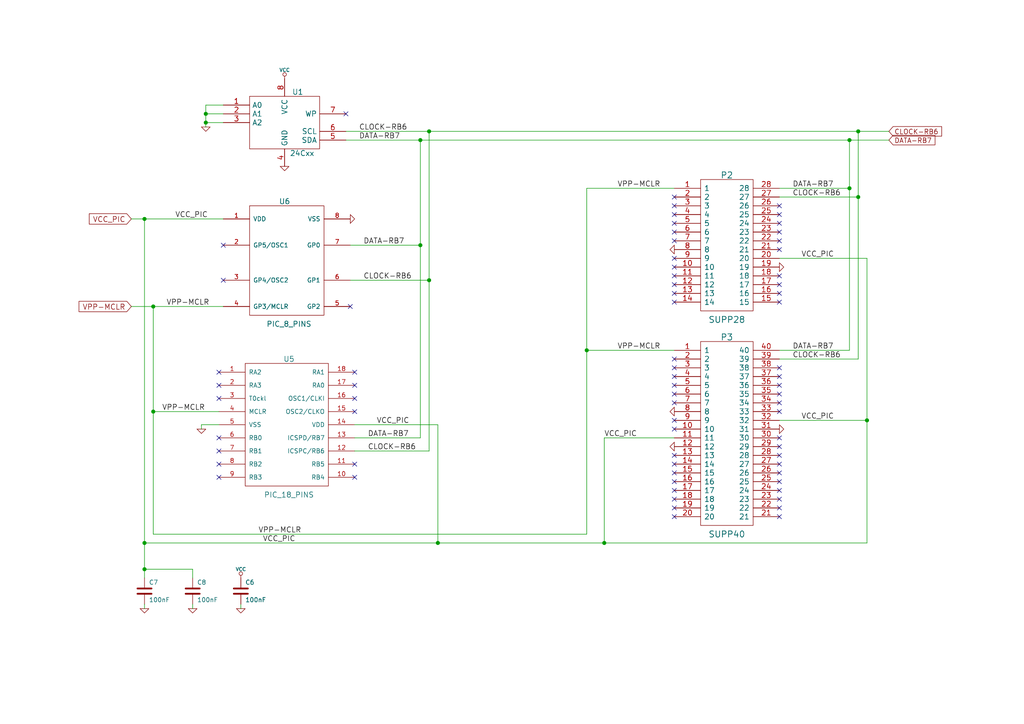
<source format=kicad_sch>
(kicad_sch (version 20240716) (generator "eeschema") (generator_version "8.99")
  (paper "A4")
  (title_block (title "JDM - COM84 PIC Programmer with 13V DC/DC converter") (date "Sun 22 Mar 2015") (rev "3") (company "KiCad"))
  (lib_symbols
    (symbol "flat_hierarchy_schlib:24C16" (pin_names (offset 0.762))
      (property "Reference" "U" (at 3.81 8.89 0))
      (property "Value" "24C16" (at 5.08 -8.89 0))
      (symbol "24C16_0_0"
        (pin power_in line (at 0 12.7 270) (length 5.08) (name "VCC") (number "8"))
        (pin power_in line (at 0 -12.7 90) (length 5.08) (name "GND") (number "4"))
      )
      (symbol "24C16_1_1"
        (rectangle (start -10.16 -7.62) (end 10.16 7.62))
        (pin input line (at -17.78 5.08 0) (length 7.62) (name "A0") (number "1"))
        (pin input line (at -17.78 2.54 0) (length 7.62) (name "A1") (number "2"))
        (pin input line (at -17.78 0 0) (length 7.62) (name "A2") (number "3"))
        (pin input line (at 17.78 2.54 180) (length 7.62) (name "WP") (number "7"))
        (pin input line (at 17.78 -2.54 180) (length 7.62) (name "SCL") (number "6"))
        (pin bidirectional line (at 17.78 -5.08 180) (length 7.62) (name "SDA") (number "5"))
      )
    )
    (symbol "flat_hierarchy_schlib:C" (pin_numbers hide) (pin_names (offset 0.254))
      (property "Reference" "C" (at 0.635 2.54 0))
      (property "Value" "C" (at 0.635 -2.54 0))
      (symbol "C_0_1"
        (polyline (pts (xy -2.032 0.762) (xy 2.032 0.762)) (stroke (width 0.508)))
        (polyline (pts (xy -2.032 -0.762) (xy 2.032 -0.762)) (stroke (width 0.508)))
      )
      (symbol "C_1_1"
        (pin passive line (at 0 3.81 270) (length 2.794) (name "~") (number "1"))
        (pin passive line (at 0 -3.81 90) (length 2.794) (name "~") (number "2"))
      )
    )
    (symbol "flat_hierarchy_schlib:GND" (power) (pin_names (offset 0))
      (symbol "GND_0_1"
        (polyline (pts (xy -1.27 0) (xy 0 -1.27) (xy 1.27 0) (xy -1.27 0)))
      )
      (symbol "GND_1_1"
        (pin power_in line (at 0 0 90) (length 0) hide (name "GND") (number "1"))
      )
    )
    (symbol "flat_hierarchy_schlib:PIC12C508A" (pin_names (offset 1.016))
      (property "Reference" "U" (at 0 17.78 0))
      (property "Value" "PIC12C508A" (at 0 -16.51 0))
      (symbol "PIC12C508A_0_1"
        (rectangle (start 10.16 -15.24) (end -11.43 16.51))
      )
      (symbol "PIC12C508A_1_1"
        (pin power_in line (at -19.05 12.7 0) (length 7.62) (name "VDD") (number "1"))
        (pin input line (at -19.05 5.08 0) (length 7.62) (name "GP5/OSC1") (number "2"))
        (pin input line (at -19.05 -5.08 0) (length 7.62) (name "GP4/OSC2") (number "3"))
        (pin input line (at -19.05 -12.7 0) (length 7.62) (name "GP3/MCLR") (number "4"))
        (pin power_in line (at 17.78 12.7 180) (length 7.62) (name "VSS") (number "8"))
        (pin input line (at 17.78 5.08 180) (length 7.62) (name "GP0") (number "7"))
        (pin input line (at 17.78 -5.08 180) (length 7.62) (name "GP1") (number "6"))
        (pin input line (at 17.78 -12.7 180) (length 7.62) (name "GP2") (number "5"))
      )
      (symbol "PIC12C508A_1_2"
        (pin power_in line (at -19.05 12.7 0) (length 7.62) (name "VDD") (number "1"))
        (pin input line (at -19.05 5.08 0) (length 7.62) (name "GP5/OSC1") (number "2"))
        (pin input line (at -19.05 -5.08 0) (length 7.62) (name "GP4/OSC2") (number "3"))
        (pin input line (at -19.05 -12.7 0) (length 7.62) (name "GP3/MCLR") (number "4"))
        (pin power_in line (at 17.78 12.7 180) (length 7.62) (name "VSS") (number "8"))
        (pin input line (at 17.78 5.08 180) (length 7.62) (name "GP0") (number "7"))
        (pin input line (at 17.78 -5.08 180) (length 7.62) (name "GP1") (number "6"))
        (pin input line (at 17.78 -12.7 180) (length 7.62) (name "GP2") (number "5"))
      )
    )
    (symbol "flat_hierarchy_schlib:PIC16F54" (pin_names (offset 1.016))
      (property "Reference" "U?" (at 0 -19.05 0))
      (property "Value" "PIC16F54" (at 0 20.32 0))
      (symbol "PIC16F54_0_1"
        (rectangle (start -12.7 17.78) (end 11.43 -17.78))
      )
      (symbol "PIC16F54_1_1"
        (pin bidirectional line (at -20.32 15.24 0) (length 7.62) (name "RA2") (number "1"))
        (pin bidirectional line (at -20.32 11.43 0) (length 7.62) (name "RA3") (number "2"))
        (pin output line (at -20.32 7.62 0) (length 7.62) (name "T0ckl") (number "3"))
        (pin input line (at -20.32 3.81 0) (length 7.62) (name "MCLR") (number "4"))
        (pin power_in line (at -20.32 0 0) (length 7.62) (name "VSS") (number "5"))
        (pin bidirectional line (at -20.32 -3.81 0) (length 7.62) (name "RB0") (number "6"))
        (pin bidirectional line (at -20.32 -7.62 0) (length 7.62) (name "RB1") (number "7"))
        (pin bidirectional line (at -20.32 -11.43 0) (length 7.62) (name "RB2") (number "8"))
        (pin bidirectional line (at -20.32 -15.24 0) (length 7.62) (name "RB3") (number "9"))
        (pin bidirectional line (at 19.05 15.24 180) (length 7.62) (name "RA1") (number "18"))
        (pin bidirectional line (at 19.05 11.43 180) (length 7.62) (name "RA0") (number "17"))
        (pin input line (at 19.05 7.62 180) (length 7.62) (name "OSC1/CLKI") (number "16"))
        (pin output line (at 19.05 3.81 180) (length 7.62) (name "OSC2/CLKO") (number "15"))
        (pin power_in line (at 19.05 0 180) (length 7.62) (name "VDD") (number "14"))
        (pin bidirectional line (at 19.05 -3.81 180) (length 7.62) (name "ICSPD/RB7") (number "13"))
        (pin bidirectional line (at 19.05 -7.62 180) (length 7.62) (name "ICSPC/RB6") (number "12"))
        (pin bidirectional line (at 19.05 -11.43 180) (length 7.62) (name "RB5") (number "11"))
        (pin bidirectional line (at 19.05 -15.24 180) (length 7.62) (name "RB4") (number "10"))
      )
      (symbol "PIC16F54_1_2"
        (pin bidirectional line (at -20.32 15.24 0) (length 7.62) (name "RA2") (number "1"))
        (pin bidirectional line (at -20.32 11.43 0) (length 7.62) (name "RA3") (number "2"))
        (pin output line (at -20.32 7.62 0) (length 7.62) (name "T0ckl") (number "3"))
        (pin input line (at -20.32 3.81 0) (length 7.62) (name "MCLR") (number "4"))
        (pin power_in line (at -20.32 0 0) (length 7.62) (name "VSS") (number "5"))
        (pin bidirectional line (at -20.32 -3.81 0) (length 7.62) (name "RB0") (number "6"))
        (pin bidirectional line (at -20.32 -7.62 0) (length 7.62) (name "RB1") (number "7"))
        (pin bidirectional line (at -20.32 -11.43 0) (length 7.62) (name "RB2") (number "8"))
        (pin bidirectional line (at -20.32 -15.24 0) (length 7.62) (name "RB3") (number "9"))
        (pin bidirectional line (at 19.05 15.24 180) (length 7.62) (name "RA1") (number "18"))
        (pin bidirectional line (at 19.05 11.43 180) (length 7.62) (name "RA0") (number "17"))
        (pin input line (at 19.05 7.62 180) (length 7.62) (name "OSC1/CLKI") (number "16"))
        (pin output line (at 19.05 3.81 180) (length 7.62) (name "OSC2/CLKO") (number "15"))
        (pin power_in line (at 19.05 0 180) (length 7.62) (name "VDD") (number "14"))
        (pin bidirectional line (at 19.05 -3.81 180) (length 7.62) (name "ICSPD/RB7") (number "13"))
        (pin bidirectional line (at 19.05 -7.62 180) (length 7.62) (name "ICSPC/RB6") (number "12"))
        (pin bidirectional line (at 19.05 -11.43 180) (length 7.62) (name "RB5") (number "11"))
        (pin bidirectional line (at 19.05 -15.24 180) (length 7.62) (name "RB4") (number "10"))
      )
    )
    (symbol "flat_hierarchy_schlib:SUPP28" (pin_names (offset 1.016))
      (property "Reference" "J" (at 0 2.54 0))
      (property "Value" "SUPP28" (at 0 -2.54 0))
      (symbol "SUPP28_0_1"
        (rectangle (start -7.62 -19.05) (end 7.62 19.05))
      )
      (symbol "SUPP28_1_1"
        (pin passive line (at -15.24 16.51 0) (length 7.62) (name "1") (number "1"))
        (pin passive line (at -15.24 13.97 0) (length 7.62) (name "2") (number "2"))
        (pin passive line (at -15.24 11.43 0) (length 7.62) (name "3") (number "3"))
        (pin passive line (at -15.24 8.89 0) (length 7.62) (name "4") (number "4"))
        (pin passive line (at -15.24 6.35 0) (length 7.62) (name "5") (number "5"))
        (pin passive line (at -15.24 3.81 0) (length 7.62) (name "6") (number "6"))
        (pin passive line (at -15.24 1.27 0) (length 7.62) (name "7") (number "7"))
        (pin passive line (at -15.24 -1.27 0) (length 7.62) (name "8") (number "8"))
        (pin passive line (at -15.24 -3.81 0) (length 7.62) (name "9") (number "9"))
        (pin passive line (at -15.24 -6.35 0) (length 7.62) (name "10") (number "10"))
        (pin passive line (at -15.24 -8.89 0) (length 7.62) (name "11") (number "11"))
        (pin passive line (at -15.24 -11.43 0) (length 7.62) (name "12") (number "12"))
        (pin passive line (at -15.24 -13.97 0) (length 7.62) (name "13") (number "13"))
        (pin passive line (at -15.24 -16.51 0) (length 7.62) (name "14") (number "14"))
        (pin passive line (at 15.24 16.51 180) (length 7.62) (name "28") (number "28"))
        (pin passive line (at 15.24 13.97 180) (length 7.62) (name "27") (number "27"))
        (pin passive line (at 15.24 11.43 180) (length 7.62) (name "26") (number "26"))
        (pin passive line (at 15.24 8.89 180) (length 7.62) (name "25") (number "25"))
        (pin passive line (at 15.24 6.35 180) (length 7.62) (name "24") (number "24"))
        (pin passive line (at 15.24 3.81 180) (length 7.62) (name "23") (number "23"))
        (pin passive line (at 15.24 1.27 180) (length 7.62) (name "22") (number "22"))
        (pin passive line (at 15.24 -1.27 180) (length 7.62) (name "21") (number "21"))
        (pin passive line (at 15.24 -3.81 180) (length 7.62) (name "20") (number "20"))
        (pin passive line (at 15.24 -6.35 180) (length 7.62) (name "19") (number "19"))
        (pin passive line (at 15.24 -8.89 180) (length 7.62) (name "18") (number "18"))
        (pin passive line (at 15.24 -11.43 180) (length 7.62) (name "17") (number "17"))
        (pin passive line (at 15.24 -13.97 180) (length 7.62) (name "16") (number "16"))
        (pin passive line (at 15.24 -16.51 180) (length 7.62) (name "15") (number "15"))
      )
    )
    (symbol "flat_hierarchy_schlib:SUPP40" (pin_names (offset 1.016))
      (property "Reference" "P" (at 0 27.94 0))
      (property "Value" "SUPP40" (at 0 -27.94 0))
      (symbol "SUPP40_0_1"
        (rectangle (start -7.62 -26.67) (end 7.62 26.67))
      )
      (symbol "SUPP40_1_1"
        (pin passive line (at -15.24 24.13 0) (length 7.62) (name "1") (number "1"))
        (pin passive line (at -15.24 21.59 0) (length 7.62) (name "2") (number "2"))
        (pin passive line (at -15.24 19.05 0) (length 7.62) (name "3") (number "3"))
        (pin passive line (at -15.24 16.51 0) (length 7.62) (name "4") (number "4"))
        (pin passive line (at -15.24 13.97 0) (length 7.62) (name "5") (number "5"))
        (pin passive line (at -15.24 11.43 0) (length 7.62) (name "6") (number "6"))
        (pin passive line (at -15.24 8.89 0) (length 7.62) (name "7") (number "7"))
        (pin passive line (at -15.24 6.35 0) (length 7.62) (name "8") (number "8"))
        (pin passive line (at -15.24 3.81 0) (length 7.62) (name "9") (number "9"))
        (pin passive line (at -15.24 1.27 0) (length 7.62) (name "10") (number "10"))
        (pin passive line (at -15.24 -1.27 0) (length 7.62) (name "11") (number "11"))
        (pin passive line (at -15.24 -3.81 0) (length 7.62) (name "12") (number "12"))
        (pin passive line (at -15.24 -6.35 0) (length 7.62) (name "13") (number "13"))
        (pin passive line (at -15.24 -8.89 0) (length 7.62) (name "14") (number "14"))
        (pin passive line (at -15.24 -11.43 0) (length 7.62) (name "15") (number "15"))
        (pin passive line (at -15.24 -13.97 0) (length 7.62) (name "16") (number "16"))
        (pin passive line (at -15.24 -16.51 0) (length 7.62) (name "17") (number "17"))
        (pin passive line (at -15.24 -19.05 0) (length 7.62) (name "18") (number "18"))
        (pin passive line (at -15.24 -21.59 0) (length 7.62) (name "19") (number "19"))
        (pin passive line (at -15.24 -24.13 0) (length 7.62) (name "20") (number "20"))
        (pin passive line (at 15.24 24.13 180) (length 7.62) (name "40") (number "40"))
        (pin passive line (at 15.24 21.59 180) (length 7.62) (name "39") (number "39"))
        (pin passive line (at 15.24 19.05 180) (length 7.62) (name "38") (number "38"))
        (pin passive line (at 15.24 16.51 180) (length 7.62) (name "37") (number "37"))
        (pin passive line (at 15.24 13.97 180) (length 7.62) (name "36") (number "36"))
        (pin passive line (at 15.24 11.43 180) (length 7.62) (name "35") (number "35"))
        (pin passive line (at 15.24 8.89 180) (length 7.62) (name "34") (number "34"))
        (pin passive line (at 15.24 6.35 180) (length 7.62) (name "33") (number "33"))
        (pin passive line (at 15.24 3.81 180) (length 7.62) (name "32") (number "32"))
        (pin passive line (at 15.24 1.27 180) (length 7.62) (name "31") (number "31"))
        (pin passive line (at 15.24 -1.27 180) (length 7.62) (name "30") (number "30"))
        (pin passive line (at 15.24 -3.81 180) (length 7.62) (name "29") (number "29"))
        (pin passive line (at 15.24 -6.35 180) (length 7.62) (name "28") (number "28"))
        (pin passive line (at 15.24 -8.89 180) (length 7.62) (name "27") (number "27"))
        (pin passive line (at 15.24 -11.43 180) (length 7.62) (name "26") (number "26"))
        (pin passive line (at 15.24 -13.97 180) (length 7.62) (name "25") (number "25"))
        (pin passive line (at 15.24 -16.51 180) (length 7.62) (name "24") (number "24"))
        (pin passive line (at 15.24 -19.05 180) (length 7.62) (name "23") (number "23"))
        (pin passive line (at 15.24 -21.59 180) (length 7.62) (name "22") (number "22"))
        (pin passive line (at 15.24 -24.13 180) (length 7.62) (name "21") (number "21"))
      )
    )
    (symbol "flat_hierarchy_schlib:VCC" (power) (pin_names (offset 0))
      (property "Value" "VCC" (at 0 2.54 0))
      (symbol "VCC_0_0"
        (pin power_in line (at 0 0 90) (length 0) hide (name "VCC") (number "1"))
      )
      (symbol "VCC_0_1"
        (circle (center 0 1.27) (radius 0.508))
        (polyline (pts (xy 0 0) (xy 0 0.762) (xy 0 0.762)))
      )
    )
  )
  (junction (at 121.92 71.12) (diameter 1.016))
  (junction (at 246.38 40.64) (diameter 1.016))
  (junction (at 41.91 165.1) (diameter 1.016))
  (junction (at 248.92 38.1) (diameter 1.016))
  (junction (at 170.18 101.6) (diameter 1.016))
  (junction (at 41.91 63.5) (diameter 1.016))
  (junction (at 175.26 157.48) (diameter 1.016))
  (junction (at 44.45 119.38) (diameter 1.016))
  (junction (at 59.69 33.02) (diameter 1.016))
  (junction (at 251.46 121.92) (diameter 1.016))
  (junction (at 246.38 54.61) (diameter 1.016))
  (junction (at 124.46 38.1) (diameter 1.016))
  (junction (at 41.91 157.48) (diameter 1.016))
  (junction (at 248.92 57.15) (diameter 1.016))
  (junction (at 59.69 35.56) (diameter 1.016))
  (junction (at 44.45 88.9) (diameter 1.016))
  (junction (at 127 157.48) (diameter 1.016))
  (junction (at 121.92 40.64) (diameter 1.016))
  (junction (at 124.46 81.28) (diameter 1.016))
  (no_connect (at 195.58 80.01))
  (no_connect (at 226.06 87.63))
  (no_connect (at 195.58 82.55))
  (no_connect (at 195.58 57.15))
  (no_connect (at 195.58 59.69))
  (no_connect (at 195.58 149.86))
  (no_connect (at 102.87 134.62))
  (no_connect (at 226.06 80.01))
  (no_connect (at 195.58 69.85))
  (no_connect (at 195.58 85.09))
  (no_connect (at 195.58 77.47))
  (no_connect (at 102.87 111.76))
  (no_connect (at 195.58 106.68))
  (no_connect (at 195.58 139.7))
  (no_connect (at 195.58 132.08))
  (no_connect (at 226.06 139.7))
  (no_connect (at 195.58 111.76))
  (no_connect (at 226.06 59.69))
  (no_connect (at 195.58 64.77))
  (no_connect (at 195.58 87.63))
  (no_connect (at 195.58 142.24))
  (no_connect (at 195.58 134.62))
  (no_connect (at 63.5 138.43))
  (no_connect (at 226.06 132.08))
  (no_connect (at 64.77 81.28))
  (no_connect (at 226.06 114.3))
  (no_connect (at 226.06 127))
  (no_connect (at 195.58 109.22))
  (no_connect (at 195.58 74.93))
  (no_connect (at 226.06 129.54))
  (no_connect (at 63.5 127))
  (no_connect (at 226.06 137.16))
  (no_connect (at 226.06 116.84))
  (no_connect (at 226.06 119.38))
  (no_connect (at 226.06 109.22))
  (no_connect (at 63.5 134.62))
  (no_connect (at 102.87 115.57))
  (no_connect (at 226.06 69.85))
  (no_connect (at 226.06 144.78))
  (no_connect (at 102.87 119.38))
  (no_connect (at 63.5 107.95))
  (no_connect (at 102.87 138.43))
  (no_connect (at 226.06 142.24))
  (no_connect (at 195.58 144.78))
  (no_connect (at 195.58 104.14))
  (no_connect (at 195.58 147.32))
  (no_connect (at 226.06 82.55))
  (no_connect (at 195.58 116.84))
  (no_connect (at 226.06 72.39))
  (no_connect (at 63.5 115.57))
  (no_connect (at 195.58 137.16))
  (no_connect (at 195.58 62.23))
  (no_connect (at 226.06 111.76))
  (no_connect (at 195.58 121.92))
  (no_connect (at 64.77 71.12))
  (no_connect (at 195.58 114.3))
  (no_connect (at 195.58 124.46))
  (no_connect (at 226.06 147.32))
  (no_connect (at 226.06 67.31))
  (no_connect (at 63.5 111.76))
  (no_connect (at 100.33 33.02))
  (no_connect (at 226.06 85.09))
  (no_connect (at 226.06 64.77))
  (no_connect (at 226.06 134.62))
  (no_connect (at 101.6 88.9))
  (no_connect (at 226.06 106.68))
  (no_connect (at 63.5 130.81))
  (no_connect (at 195.58 67.31))
  (no_connect (at 102.87 107.95))
  (no_connect (at 226.06 62.23))
  (no_connect (at 226.06 149.86))
  (wire (pts (xy 124.46 38.1) (xy 248.92 38.1)))
  (wire (pts (xy 121.92 40.64) (xy 121.92 71.12)))
  (wire (pts (xy 246.38 101.6) (xy 226.06 101.6)))
  (wire (pts (xy 124.46 81.28) (xy 124.46 130.81)))
  (wire (pts (xy 248.92 38.1) (xy 248.92 57.15)))
  (wire (pts (xy 102.87 123.19) (xy 127 123.19)))
  (wire (pts (xy 226.06 57.15) (xy 248.92 57.15)))
  (wire (pts (xy 41.91 63.5) (xy 64.77 63.5)))
  (wire (pts (xy 41.91 157.48) (xy 41.91 165.1)))
  (wire (pts (xy 59.69 33.02) (xy 64.77 33.02)))
  (wire (pts (xy 121.92 71.12) (xy 121.92 127)))
  (wire (pts (xy 59.69 30.48) (xy 59.69 33.02)))
  (wire (pts (xy 170.18 54.61) (xy 195.58 54.61)))
  (wire (pts (xy 248.92 38.1) (xy 257.81 38.1)))
  (wire (pts (xy 63.5 119.38) (xy 44.45 119.38)))
  (wire (pts (xy 38.1 88.9) (xy 44.45 88.9)))
  (wire (pts (xy 121.92 40.64) (xy 246.38 40.64)))
  (wire (pts (xy 251.46 74.93) (xy 251.46 121.92)))
  (wire (pts (xy 175.26 157.48) (xy 127 157.48)))
  (wire (pts (xy 246.38 54.61) (xy 246.38 101.6)))
  (wire (pts (xy 170.18 154.94) (xy 170.18 101.6)))
  (wire (pts (xy 59.69 33.02) (xy 59.69 35.56)))
  (wire (pts (xy 64.77 35.56) (xy 59.69 35.56)))
  (wire (pts (xy 170.18 101.6) (xy 170.18 54.61)))
  (wire (pts (xy 41.91 175.26) (xy 41.91 176.53)))
  (wire (pts (xy 44.45 154.94) (xy 170.18 154.94)))
  (wire (pts (xy 55.88 175.26) (xy 55.88 176.53)))
  (wire (pts (xy 44.45 88.9) (xy 44.45 119.38)))
  (wire (pts (xy 100.33 38.1) (xy 124.46 38.1)))
  (wire (pts (xy 38.1 63.5) (xy 41.91 63.5)))
  (wire (pts (xy 63.5 123.19) (xy 58.42 123.19)))
  (wire (pts (xy 248.92 104.14) (xy 226.06 104.14)))
  (wire (pts (xy 101.6 81.28) (xy 124.46 81.28)))
  (wire (pts (xy 127 157.48) (xy 41.91 157.48)))
  (wire (pts (xy 55.88 165.1) (xy 55.88 167.64)))
  (wire (pts (xy 226.06 54.61) (xy 246.38 54.61)))
  (wire (pts (xy 246.38 40.64) (xy 257.81 40.64)))
  (wire (pts (xy 101.6 71.12) (xy 121.92 71.12)))
  (wire (pts (xy 121.92 127) (xy 102.87 127)))
  (wire (pts (xy 251.46 157.48) (xy 175.26 157.48)))
  (wire (pts (xy 248.92 57.15) (xy 248.92 104.14)))
  (wire (pts (xy 226.06 121.92) (xy 251.46 121.92)))
  (wire (pts (xy 100.33 40.64) (xy 121.92 40.64)))
  (wire (pts (xy 69.85 175.26) (xy 69.85 176.53)))
  (wire (pts (xy 59.69 35.56) (xy 59.69 36.83)))
  (wire (pts (xy 44.45 88.9) (xy 64.77 88.9)))
  (wire (pts (xy 251.46 121.92) (xy 251.46 157.48)))
  (wire (pts (xy 124.46 38.1) (xy 124.46 81.28)))
  (wire (pts (xy 226.06 74.93) (xy 251.46 74.93)))
  (wire (pts (xy 41.91 165.1) (xy 41.91 167.64)))
  (wire (pts (xy 195.58 127) (xy 175.26 127)))
  (wire (pts (xy 59.69 30.48) (xy 64.77 30.48)))
  (wire (pts (xy 41.91 63.5) (xy 41.91 157.48)))
  (wire (pts (xy 170.18 101.6) (xy 195.58 101.6)))
  (wire (pts (xy 124.46 130.81) (xy 102.87 130.81)))
  (wire (pts (xy 246.38 40.64) (xy 246.38 54.61)))
  (wire (pts (xy 44.45 119.38) (xy 44.45 154.94)))
  (wire (pts (xy 127 123.19) (xy 127 157.48)))
  (wire (pts (xy 175.26 127) (xy 175.26 157.48)))
  (wire (pts (xy 41.91 165.1) (xy 55.88 165.1)))
  (wire (pts (xy 58.42 123.19) (xy 58.42 124.46)))
  (label "DATA-RB7" (at 229.87 101.6 0) (effects (font (size 1.524 1.524))))
  (label "VCC_PIC" (at 109.22 123.19 0) (effects (font (size 1.524 1.524))))
  (label "CLOCK-RB6" (at 105.41 81.28 0) (effects (font (size 1.524 1.524))))
  (label "DATA-RB7" (at 229.87 54.61 0) (effects (font (size 1.524 1.524))))
  (label "CLOCK-RB6" (at 104.14 38.1 0) (effects (font (size 1.524 1.524))))
  (label "CLOCK-RB6" (at 229.87 57.15 0) (effects (font (size 1.524 1.524))))
  (label "VCC_PIC" (at 175.26 127 0) (effects (font (size 1.524 1.524))))
  (label "CLOCK-RB6" (at 229.87 104.14 0) (effects (font (size 1.524 1.524))))
  (label "VPP-MCLR" (at 179.07 101.6 0) (effects (font (size 1.524 1.524))))
  (label "VCC_PIC" (at 50.8 63.5 0) (effects (font (size 1.524 1.524))))
  (label "VCC_PIC" (at 76.2 157.48 0) (effects (font (size 1.524 1.524))))
  (label "VCC_PIC" (at 232.41 74.93 0) (effects (font (size 1.524 1.524))))
  (label "VCC_PIC" (at 232.41 121.92 0) (effects (font (size 1.524 1.524))))
  (label "VPP-MCLR" (at 74.93 154.94 0) (effects (font (size 1.524 1.524))))
  (label "DATA-RB7" (at 106.68 127 0) (effects (font (size 1.524 1.524))))
  (label "CLOCK-RB6" (at 106.68 130.81 0) (effects (font (size 1.524 1.524))))
  (label "VPP-MCLR" (at 179.07 54.61 0) (effects (font (size 1.524 1.524))))
  (label "DATA-RB7" (at 105.41 71.12 0) (effects (font (size 1.524 1.524))))
  (label "VPP-MCLR" (at 48.26 88.9 0) (effects (font (size 1.524 1.524))))
  (label "DATA-RB7" (at 104.14 40.64 0) (effects (font (size 1.524 1.524))))
  (label "VPP-MCLR" (at 46.99 119.38 0) (effects (font (size 1.524 1.524))))
  (global_label "DATA-RB7" (shape input) (at 257.81 40.64 0) (effects (font (size 1.397 1.397))) (property "Intersheetrefs" "${INTERSHEET_REFS}" (at 271.07 40.64 0) (effects (justify left))))
  (global_label "VPP-MCLR" (shape input) (at 38.1 88.9 180) (effects (font (size 1.524 1.524))) (property "Intersheetrefs" "${INTERSHEET_REFS}" (at 23.0538 88.9 0) (effects (justify right))))
  (global_label "CLOCK-RB6" (shape input) (at 257.81 38.1 0) (effects (font (size 1.397 1.397))) (property "Intersheetrefs" "${INTERSHEET_REFS}" (at 272.9992 38.1 0) (effects (justify left))))
  (global_label "VCC_PIC" (shape input) (at 38.1 63.5 180) (effects (font (size 1.524 1.524))) (property "Intersheetrefs" "${INTERSHEET_REFS}" (at 26.0293 63.5 0) (effects (justify right))))
  (symbol (lib_id "flat_hierarchy_schlib:PIC12C508A") (at 83.82 76.2 0) (unit 1)
    (property "Reference" "U6" (at 82.55 58.42 0) (effects (font (size 1.524 1.524))))
    (property "Value" "PIC_8_PINS" (at 83.82 93.98 0) (effects (font (size 1.524 1.524))))
    (property "Footprint" "Package_DIP:DIP-8_W7.62mm_LongPads" (effects (hide yes)))
  )
  (symbol (lib_id "flat_hierarchy_schlib:PIC16F54") (at 83.82 123.19 0) (unit 1)
    (property "Reference" "U5" (at 83.82 104.14 0) (effects (font (size 1.524 1.524))))
    (property "Value" "PIC_18_PINS" (at 83.82 143.51 0) (effects (font (size 1.524 1.524))))
    (property "Footprint" "Package_DIP:DIP-18_W7.62mm_Socket_LongPads" (effects (hide yes)))
  )
  (symbol (lib_id "flat_hierarchy_schlib:GND") (at 101.6 63.5 90) (unit 1)
    (property "Reference" "#PWR012" (effects (hide yes)))
    (property "Value" "GND" (effects (hide yes)))
  )
  (symbol (lib_id "flat_hierarchy_schlib:GND") (at 58.42 124.46 0) (unit 1)
    (property "Reference" "#PWR011" (effects (hide yes)))
    (property "Value" "GND" (effects (hide yes)))
  )
  (symbol (lib_id "flat_hierarchy_schlib:GND") (at 195.58 129.54 270) (unit 1)
    (property "Reference" "#PWR02" (effects (hide yes)))
    (property "Value" "GND" (effects (hide yes)))
  )
  (symbol (lib_id "flat_hierarchy_schlib:24C16") (at 82.55 35.56 0) (unit 1)
    (property "Reference" "U1" (at 86.36 26.67 0) (effects (font (size 1.524 1.524))))
    (property "Value" "24Cxx" (at 87.63 44.45 0) (effects (font (size 1.524 1.524))))
    (property "Footprint" "Package_DIP:DIP-8_W7.62mm_LongPads" (effects (hide yes)))
  )
  (symbol (lib_id "flat_hierarchy_schlib:GND") (at 59.69 36.83 0) (unit 1)
    (property "Reference" "#PWR010" (effects (hide yes)))
    (property "Value" "GND" (effects (hide yes)))
  )
  (symbol (lib_id "flat_hierarchy_schlib:SUPP40") (at 210.82 125.73 0) (unit 1)
    (property "Reference" "P3" (at 210.82 97.79 0) (effects (font (size 1.778 1.778))))
    (property "Value" "SUPP40" (at 210.82 154.94 0) (effects (font (size 1.778 1.778))))
    (property "Footprint" "Package_DIP:DIP-40_W15.24mm_Socket_LongPads" (effects (hide yes)))
  )
  (symbol (lib_id "flat_hierarchy_schlib:GND") (at 226.06 124.46 90) (unit 1)
    (property "Reference" "#PWR09" (effects (hide yes)))
    (property "Value" "GND" (effects (hide yes)))
  )
  (symbol (lib_id "flat_hierarchy_schlib:C") (at 69.85 171.45 0) (unit 1)
    (property "Reference" "C6" (at 71.12 168.91 0) (effects (justify left)))
    (property "Value" "100nF" (at 71.12 173.99 0) (effects (justify left)))
    (property "Footprint" "Capacitor_THT:C_Disc_D5.1mm_W3.2mm_P5.00mm" (effects (hide yes)))
  )
  (symbol (lib_id "flat_hierarchy_schlib:VCC") (at 69.85 167.64 0) (unit 1)
    (property "Reference" "#PWR08" (effects (hide yes)))
    (property "Value" "VCC" (at 69.85 165.1 0) (effects (font (size 1.016 1.016))))
  )
  (symbol (lib_id "flat_hierarchy_schlib:GND") (at 69.85 176.53 0) (unit 1)
    (property "Reference" "#PWR07" (effects (hide yes)))
    (property "Value" "GND" (effects (hide yes)))
  )
  (symbol (lib_id "flat_hierarchy_schlib:C") (at 41.91 171.45 0) (unit 1)
    (property "Reference" "C7" (at 43.18 168.91 0) (effects (justify left)))
    (property "Value" "100nF" (at 43.18 173.99 0) (effects (justify left)))
    (property "Footprint" "Capacitor_THT:C_Disc_D5.1mm_W3.2mm_P5.00mm" (effects (hide yes)))
  )
  (symbol (lib_id "flat_hierarchy_schlib:GND") (at 41.91 176.53 0) (unit 1)
    (property "Reference" "#PWR06" (effects (hide yes)))
    (property "Value" "GND" (effects (hide yes)))
  )
  (symbol (lib_id "flat_hierarchy_schlib:SUPP28") (at 210.82 71.12 0) (unit 1)
    (property "Reference" "P2" (at 210.82 50.8 0) (effects (font (size 1.778 1.778))))
    (property "Value" "SUPP28" (at 210.82 92.71 0) (effects (font (size 1.778 1.778))))
    (property "Footprint" "Package_DIP:DIP-28_W7.62mm_Socket_LongPads" (effects (hide yes)))
  )
  (symbol (lib_id "flat_hierarchy_schlib:GND") (at 195.58 72.39 270) (unit 1)
    (property "Reference" "#PWR05" (effects (hide yes)))
    (property "Value" "GND" (effects (hide yes)))
  )
  (symbol (lib_id "flat_hierarchy_schlib:GND") (at 226.06 77.47 90) (unit 1)
    (property "Reference" "#PWR04" (effects (hide yes)))
    (property "Value" "GND" (effects (hide yes)))
  )
  (symbol (lib_id "flat_hierarchy_schlib:GND") (at 195.58 119.38 270) (unit 1)
    (property "Reference" "#PWR03" (effects (hide yes)))
    (property "Value" "GND" (effects (hide yes)))
  )
  (symbol (lib_id "flat_hierarchy_schlib:C") (at 55.88 171.45 0) (unit 1)
    (property "Reference" "C8" (at 57.15 168.91 0) (effects (justify left)))
    (property "Value" "100nF" (at 57.15 173.99 0) (effects (justify left)))
    (property "Footprint" "Capacitor_THT:C_Disc_D5.1mm_W3.2mm_P5.00mm" (effects (hide yes)))
  )
  (symbol (lib_id "flat_hierarchy_schlib:GND") (at 55.88 176.53 0) (unit 1)
    (property "Reference" "#PWR01" (effects (hide yes)))
    (property "Value" "GND" (effects (hide yes)))
  )
  (symbol (lib_id "flat_hierarchy_schlib:VCC") (at 82.55 22.86 0) (unit 1)
    (property "Reference" "#PWR013" (effects (hide yes)))
    (property "Value" "VCC" (at 82.55 20.32 0) (effects (font (size 1.016 1.016))))
  )
  (symbol (lib_id "flat_hierarchy_schlib:GND") (at 82.55 48.26 0) (unit 1)
    (property "Reference" "#PWR014" (effects (hide yes)))
    (property "Value" "GND" (effects (hide yes)))
  )
)
</source>
